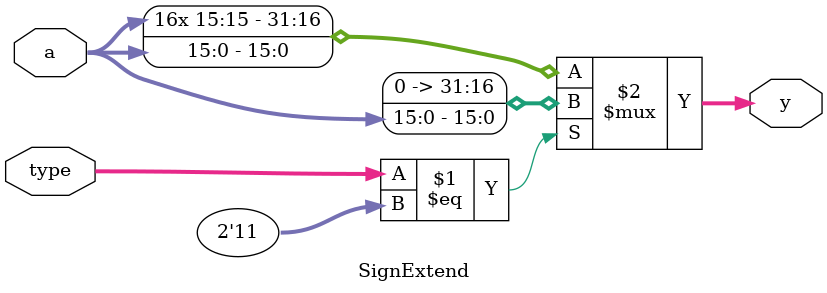
<source format=v>
`timescale 1ns / 1ps


module SignExtend(
    input  [15:0] a,
    input [1:0] type,
    output [31:0] y
    );
    assign y = (type == 2'b11) ? {{16{1'b0}}, a} : {{16{a[15]}}, a};
endmodule

</source>
